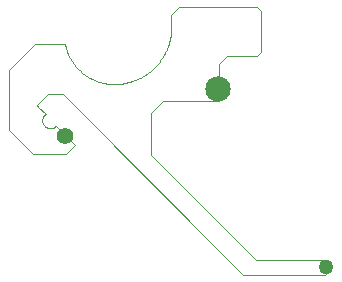
<source format=gbs>
G75*
%MOIN*%
%OFA0B0*%
%FSLAX25Y25*%
%IPPOS*%
%LPD*%
%AMOC8*
5,1,8,0,0,1.08239X$1,22.5*
%
%ADD10C,0.00394*%
%ADD11C,0.05550*%
%ADD12C,0.04959*%
%ADD13C,0.08477*%
D10*
X0048730Y0042373D02*
X0048730Y0056535D01*
X0052719Y0060524D01*
X0071330Y0060524D01*
X0071330Y0072894D01*
X0073849Y0075413D01*
X0084033Y0075413D01*
X0085434Y0076814D01*
X0085434Y0090366D01*
X0083924Y0091875D01*
X0058038Y0091875D01*
X0055413Y0089250D01*
X0055413Y0085245D01*
X0055412Y0085245D02*
X0055406Y0084782D01*
X0055390Y0084320D01*
X0055362Y0083858D01*
X0055323Y0083397D01*
X0055272Y0082937D01*
X0055211Y0082478D01*
X0055139Y0082021D01*
X0055055Y0081566D01*
X0054961Y0081113D01*
X0054856Y0080662D01*
X0054739Y0080214D01*
X0054612Y0079769D01*
X0054475Y0079328D01*
X0054326Y0078889D01*
X0054168Y0078455D01*
X0053998Y0078024D01*
X0053819Y0077598D01*
X0053629Y0077176D01*
X0053429Y0076758D01*
X0053219Y0076346D01*
X0052999Y0075939D01*
X0052769Y0075537D01*
X0052529Y0075141D01*
X0052281Y0074751D01*
X0052022Y0074367D01*
X0051755Y0073990D01*
X0051478Y0073618D01*
X0051193Y0073254D01*
X0050899Y0072897D01*
X0050596Y0072547D01*
X0050285Y0072204D01*
X0049966Y0071869D01*
X0049639Y0071542D01*
X0049304Y0071223D01*
X0048961Y0070912D01*
X0048611Y0070609D01*
X0048254Y0070315D01*
X0047890Y0070030D01*
X0047518Y0069753D01*
X0047141Y0069486D01*
X0046757Y0069227D01*
X0046367Y0068979D01*
X0045971Y0068739D01*
X0045569Y0068509D01*
X0045162Y0068289D01*
X0044750Y0068079D01*
X0044332Y0067879D01*
X0043910Y0067689D01*
X0043484Y0067510D01*
X0043053Y0067340D01*
X0042619Y0067182D01*
X0042180Y0067033D01*
X0041739Y0066896D01*
X0041294Y0066769D01*
X0040846Y0066652D01*
X0040395Y0066547D01*
X0039942Y0066453D01*
X0039487Y0066369D01*
X0039030Y0066297D01*
X0038571Y0066236D01*
X0038111Y0066185D01*
X0037650Y0066146D01*
X0037188Y0066118D01*
X0036726Y0066102D01*
X0036263Y0066096D01*
X0019274Y0062773D02*
X0079357Y0002592D01*
X0106754Y0002592D01*
X0107296Y0003134D01*
X0107296Y0006955D01*
X0106627Y0007624D01*
X0083458Y0007624D01*
X0048730Y0042373D01*
X0023396Y0045941D02*
X0017015Y0052281D01*
X0017014Y0052281D02*
X0016947Y0052207D01*
X0016877Y0052135D01*
X0016805Y0052066D01*
X0016730Y0052000D01*
X0016652Y0051937D01*
X0016572Y0051877D01*
X0016489Y0051820D01*
X0016405Y0051766D01*
X0016319Y0051716D01*
X0016230Y0051668D01*
X0016140Y0051625D01*
X0016049Y0051584D01*
X0015956Y0051548D01*
X0015861Y0051514D01*
X0015766Y0051485D01*
X0015669Y0051459D01*
X0015571Y0051437D01*
X0015473Y0051419D01*
X0015374Y0051404D01*
X0015274Y0051393D01*
X0015174Y0051386D01*
X0015074Y0051383D01*
X0014974Y0051384D01*
X0014874Y0051388D01*
X0014774Y0051397D01*
X0014675Y0051409D01*
X0014576Y0051425D01*
X0014478Y0051445D01*
X0014381Y0051468D01*
X0014284Y0051496D01*
X0014189Y0051526D01*
X0014095Y0051561D01*
X0014003Y0051599D01*
X0013912Y0051641D01*
X0013822Y0051686D01*
X0013735Y0051734D01*
X0013649Y0051786D01*
X0013565Y0051841D01*
X0013484Y0051899D01*
X0013405Y0051960D01*
X0013328Y0052025D01*
X0012921Y0052445D01*
X0012814Y0052597D01*
X0012760Y0052680D01*
X0012708Y0052766D01*
X0012661Y0052853D01*
X0012616Y0052943D01*
X0012576Y0053034D01*
X0012539Y0053126D01*
X0012505Y0053220D01*
X0012475Y0053315D01*
X0012449Y0053411D01*
X0012427Y0053508D01*
X0012409Y0053606D01*
X0012394Y0053705D01*
X0012384Y0053804D01*
X0012377Y0053903D01*
X0012374Y0054003D01*
X0012375Y0054102D01*
X0012380Y0054202D01*
X0012389Y0054301D01*
X0012402Y0054400D01*
X0012418Y0054498D01*
X0012439Y0054595D01*
X0012463Y0054692D01*
X0012491Y0054788D01*
X0012523Y0054882D01*
X0012559Y0054975D01*
X0012598Y0055067D01*
X0012640Y0055157D01*
X0012687Y0055245D01*
X0012736Y0055331D01*
X0012789Y0055416D01*
X0012845Y0055498D01*
X0012905Y0055578D01*
X0012967Y0055656D01*
X0013033Y0055731D01*
X0013101Y0055803D01*
X0013173Y0055873D01*
X0013246Y0055940D01*
X0013323Y0056003D01*
X0013402Y0056064D01*
X0013483Y0056122D01*
X0011094Y0058554D01*
X0010519Y0059126D01*
X0014164Y0062772D01*
X0016167Y0062773D01*
X0019274Y0062773D01*
X0009859Y0079419D02*
X0001197Y0070757D01*
X0001197Y0050878D01*
X0009133Y0042942D01*
X0020397Y0042942D01*
X0021855Y0044401D01*
X0023396Y0045941D01*
X0019979Y0079419D02*
X0009859Y0079419D01*
X0019979Y0079420D02*
X0020064Y0079022D01*
X0020159Y0078626D01*
X0020264Y0078233D01*
X0020379Y0077843D01*
X0020503Y0077455D01*
X0020636Y0077071D01*
X0020779Y0076690D01*
X0020931Y0076313D01*
X0021092Y0075939D01*
X0021262Y0075570D01*
X0021442Y0075204D01*
X0021630Y0074844D01*
X0021827Y0074488D01*
X0022033Y0074137D01*
X0022247Y0073791D01*
X0022469Y0073450D01*
X0022700Y0073115D01*
X0022939Y0072786D01*
X0023186Y0072463D01*
X0023441Y0072145D01*
X0023704Y0071835D01*
X0023974Y0071530D01*
X0024251Y0071233D01*
X0024536Y0070942D01*
X0024827Y0070658D01*
X0025126Y0070382D01*
X0025431Y0070113D01*
X0025743Y0069851D01*
X0026061Y0069598D01*
X0026385Y0069352D01*
X0026715Y0069114D01*
X0027051Y0068884D01*
X0027392Y0068663D01*
X0027739Y0068450D01*
X0028091Y0068245D01*
X0028447Y0068049D01*
X0028809Y0067862D01*
X0029174Y0067684D01*
X0029544Y0067515D01*
X0029918Y0067355D01*
X0030296Y0067204D01*
X0030678Y0067063D01*
X0031063Y0066931D01*
X0031451Y0066808D01*
X0031841Y0066695D01*
X0032235Y0066592D01*
X0032631Y0066498D01*
X0033029Y0066414D01*
X0033429Y0066340D01*
X0033831Y0066275D01*
X0034234Y0066220D01*
X0034638Y0066176D01*
X0035044Y0066141D01*
X0035450Y0066116D01*
X0035856Y0066101D01*
X0036263Y0066096D01*
D11*
X0019962Y0048810D03*
D12*
X0107066Y0005050D03*
D13*
X0070974Y0064585D03*
M02*

</source>
